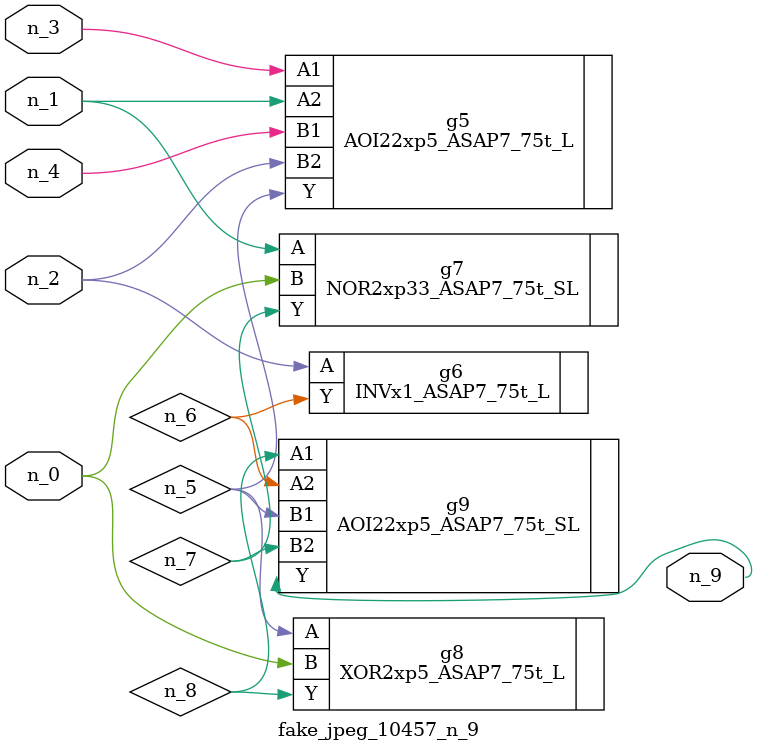
<source format=v>
module fake_jpeg_10457_n_9 (n_3, n_2, n_1, n_0, n_4, n_9);

input n_3;
input n_2;
input n_1;
input n_0;
input n_4;

output n_9;

wire n_8;
wire n_6;
wire n_5;
wire n_7;

AOI22xp5_ASAP7_75t_L g5 ( 
.A1(n_3),
.A2(n_1),
.B1(n_4),
.B2(n_2),
.Y(n_5)
);

INVx1_ASAP7_75t_L g6 ( 
.A(n_2),
.Y(n_6)
);

NOR2xp33_ASAP7_75t_SL g7 ( 
.A(n_1),
.B(n_0),
.Y(n_7)
);

XOR2xp5_ASAP7_75t_L g8 ( 
.A(n_5),
.B(n_0),
.Y(n_8)
);

AOI22xp5_ASAP7_75t_SL g9 ( 
.A1(n_8),
.A2(n_6),
.B1(n_5),
.B2(n_7),
.Y(n_9)
);


endmodule
</source>
